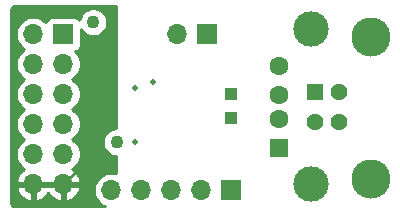
<source format=gbr>
%TF.GenerationSoftware,KiCad,Pcbnew,5.1.6-c6e7f7d~86~ubuntu18.04.1*%
%TF.CreationDate,2021-07-01T18:37:21-07:00*%
%TF.ProjectId,usb_combo_pmod,7573625f-636f-46d6-926f-5f706d6f642e,rev?*%
%TF.SameCoordinates,Original*%
%TF.FileFunction,Copper,L3,Inr*%
%TF.FilePolarity,Positive*%
%FSLAX46Y46*%
G04 Gerber Fmt 4.6, Leading zero omitted, Abs format (unit mm)*
G04 Created by KiCad (PCBNEW 5.1.6-c6e7f7d~86~ubuntu18.04.1) date 2021-07-01 18:37:21*
%MOMM*%
%LPD*%
G01*
G04 APERTURE LIST*
%TA.AperFunction,ViaPad*%
%ADD10O,1.700000X1.700000*%
%TD*%
%TA.AperFunction,ViaPad*%
%ADD11R,1.700000X1.700000*%
%TD*%
%TA.AperFunction,ViaPad*%
%ADD12C,1.600000*%
%TD*%
%TA.AperFunction,ViaPad*%
%ADD13R,1.600000X1.600000*%
%TD*%
%TA.AperFunction,ViaPad*%
%ADD14C,3.000000*%
%TD*%
%TA.AperFunction,ViaPad*%
%ADD15C,3.316000*%
%TD*%
%TA.AperFunction,ViaPad*%
%ADD16C,1.428000*%
%TD*%
%TA.AperFunction,ViaPad*%
%ADD17R,1.428000X1.428000*%
%TD*%
%TA.AperFunction,ViaPad*%
%ADD18R,1.000000X1.000000*%
%TD*%
%TA.AperFunction,ViaPad*%
%ADD19C,1.100000*%
%TD*%
%TA.AperFunction,ViaPad*%
%ADD20C,0.500000*%
%TD*%
%TA.AperFunction,Conductor*%
%ADD21C,0.254000*%
%TD*%
G04 APERTURE END LIST*
D10*
%TO.N,+3V3*%
%TO.C,J1*%
X99060000Y-83820000D03*
X101600000Y-83820000D03*
%TO.N,GND*%
X99060000Y-81280000D03*
X101600000Y-81280000D03*
%TO.N,/D_SUS*%
X99060000Y-78740000D03*
%TO.N,/D_OE_*%
X101600000Y-78740000D03*
%TO.N,/D_VM*%
X99060000Y-76200000D03*
%TO.N,/D_CON*%
X101600000Y-76200000D03*
%TO.N,/D_VP*%
X99060000Y-73660000D03*
%TO.N,/D_RCV*%
X101600000Y-73660000D03*
%TO.N,/D_SPD*%
X99060000Y-71120000D03*
D11*
%TO.N,/D_VBUS_DET*%
X101600000Y-71120000D03*
%TD*%
D12*
%TO.N,GND*%
%TO.C,J5*%
X119888000Y-73772000D03*
%TO.N,/D_DP*%
X119888000Y-76272000D03*
%TO.N,/D_DN*%
X119888000Y-78272000D03*
D13*
%TO.N,/D_VBUS*%
X119888000Y-80772000D03*
D14*
%TO.N,GND*%
X122598000Y-83842000D03*
X122598000Y-70702000D03*
%TD*%
D15*
%TO.N,GND*%
%TO.C,J4*%
X127646000Y-71323000D03*
X127646000Y-83363000D03*
D16*
X124936000Y-76053000D03*
%TO.N,/D_DP*%
X124936000Y-78553000D03*
%TO.N,/D_DN*%
X122936000Y-78553000D03*
D17*
%TO.N,/D_VBUS*%
X122936000Y-76053000D03*
%TD*%
D10*
%TO.N,GND*%
%TO.C,J3*%
X111252000Y-71120000D03*
D11*
%TO.N,/D_VBUS*%
X113792000Y-71120000D03*
%TD*%
D10*
%TO.N,/D_VM*%
%TO.C,J2*%
X105664000Y-84328000D03*
%TO.N,/D_VP*%
X108204000Y-84328000D03*
%TO.N,/D_RCV*%
X110744000Y-84328000D03*
%TO.N,/D_OE_*%
X113284000Y-84328000D03*
D11*
%TO.N,GND*%
X115824000Y-84328000D03*
%TD*%
D18*
%TO.N,/D_DP*%
%TO.C,DP1*%
X115824000Y-76200000D03*
%TD*%
%TO.N,/D_DN*%
%TO.C,DN1*%
X115824000Y-78232000D03*
%TD*%
D19*
%TO.N,+3V3*%
X104777632Y-75899501D03*
%TO.N,GND*%
X106140593Y-80264167D03*
X104140000Y-70104000D03*
D20*
%TO.N,/D_SPD*%
X107696000Y-80264000D03*
%TO.N,/D_VPU*%
X107696000Y-75692000D03*
X109220000Y-75184000D03*
%TD*%
D21*
%TO.N,+3V3*%
X99060000Y-83820000D02*
X101600000Y-83820000D01*
X104777632Y-80642368D02*
X101600000Y-83820000D01*
X104777632Y-75899501D02*
X104777632Y-80642368D01*
%TD*%
%TO.N,+3V3*%
G36*
X106045000Y-79079167D02*
G01*
X106023881Y-79079167D01*
X105794941Y-79124706D01*
X105579285Y-79214033D01*
X105385199Y-79343717D01*
X105220143Y-79508773D01*
X105090459Y-79702859D01*
X105001132Y-79918515D01*
X104955593Y-80147455D01*
X104955593Y-80380879D01*
X105001132Y-80609819D01*
X105090459Y-80825475D01*
X105220143Y-81019561D01*
X105385199Y-81184617D01*
X105579285Y-81314301D01*
X105794941Y-81403628D01*
X106023881Y-81449167D01*
X106045000Y-81449167D01*
X106045000Y-82889693D01*
X105810260Y-82843000D01*
X105517740Y-82843000D01*
X105230842Y-82900068D01*
X104960589Y-83012010D01*
X104717368Y-83174525D01*
X104510525Y-83381368D01*
X104348010Y-83624589D01*
X104236068Y-83894842D01*
X104179000Y-84181740D01*
X104179000Y-84474260D01*
X104236068Y-84761158D01*
X104348010Y-85031411D01*
X104510525Y-85274632D01*
X104717368Y-85481475D01*
X104960589Y-85643990D01*
X105095810Y-85700000D01*
X97568281Y-85700000D01*
X97467469Y-85690115D01*
X97401542Y-85670211D01*
X97340745Y-85637885D01*
X97287382Y-85594362D01*
X97243485Y-85541300D01*
X97210734Y-85480727D01*
X97190372Y-85414947D01*
X97180000Y-85316269D01*
X97180000Y-84176890D01*
X97618524Y-84176890D01*
X97663175Y-84324099D01*
X97788359Y-84586920D01*
X97962412Y-84820269D01*
X98178645Y-85015178D01*
X98428748Y-85164157D01*
X98703109Y-85261481D01*
X98933000Y-85140814D01*
X98933000Y-83947000D01*
X99187000Y-83947000D01*
X99187000Y-85140814D01*
X99416891Y-85261481D01*
X99691252Y-85164157D01*
X99941355Y-85015178D01*
X100157588Y-84820269D01*
X100330000Y-84589120D01*
X100502412Y-84820269D01*
X100718645Y-85015178D01*
X100968748Y-85164157D01*
X101243109Y-85261481D01*
X101473000Y-85140814D01*
X101473000Y-83947000D01*
X101727000Y-83947000D01*
X101727000Y-85140814D01*
X101956891Y-85261481D01*
X102231252Y-85164157D01*
X102481355Y-85015178D01*
X102697588Y-84820269D01*
X102871641Y-84586920D01*
X102996825Y-84324099D01*
X103041476Y-84176890D01*
X102920155Y-83947000D01*
X101727000Y-83947000D01*
X101473000Y-83947000D01*
X99187000Y-83947000D01*
X98933000Y-83947000D01*
X97739845Y-83947000D01*
X97618524Y-84176890D01*
X97180000Y-84176890D01*
X97180000Y-70973740D01*
X97575000Y-70973740D01*
X97575000Y-71266260D01*
X97632068Y-71553158D01*
X97744010Y-71823411D01*
X97906525Y-72066632D01*
X98113368Y-72273475D01*
X98287760Y-72390000D01*
X98113368Y-72506525D01*
X97906525Y-72713368D01*
X97744010Y-72956589D01*
X97632068Y-73226842D01*
X97575000Y-73513740D01*
X97575000Y-73806260D01*
X97632068Y-74093158D01*
X97744010Y-74363411D01*
X97906525Y-74606632D01*
X98113368Y-74813475D01*
X98287760Y-74930000D01*
X98113368Y-75046525D01*
X97906525Y-75253368D01*
X97744010Y-75496589D01*
X97632068Y-75766842D01*
X97575000Y-76053740D01*
X97575000Y-76346260D01*
X97632068Y-76633158D01*
X97744010Y-76903411D01*
X97906525Y-77146632D01*
X98113368Y-77353475D01*
X98287760Y-77470000D01*
X98113368Y-77586525D01*
X97906525Y-77793368D01*
X97744010Y-78036589D01*
X97632068Y-78306842D01*
X97575000Y-78593740D01*
X97575000Y-78886260D01*
X97632068Y-79173158D01*
X97744010Y-79443411D01*
X97906525Y-79686632D01*
X98113368Y-79893475D01*
X98287760Y-80010000D01*
X98113368Y-80126525D01*
X97906525Y-80333368D01*
X97744010Y-80576589D01*
X97632068Y-80846842D01*
X97575000Y-81133740D01*
X97575000Y-81426260D01*
X97632068Y-81713158D01*
X97744010Y-81983411D01*
X97906525Y-82226632D01*
X98113368Y-82433475D01*
X98295534Y-82555195D01*
X98178645Y-82624822D01*
X97962412Y-82819731D01*
X97788359Y-83053080D01*
X97663175Y-83315901D01*
X97618524Y-83463110D01*
X97739845Y-83693000D01*
X98933000Y-83693000D01*
X98933000Y-83673000D01*
X99187000Y-83673000D01*
X99187000Y-83693000D01*
X101473000Y-83693000D01*
X101473000Y-83673000D01*
X101727000Y-83673000D01*
X101727000Y-83693000D01*
X102920155Y-83693000D01*
X103041476Y-83463110D01*
X102996825Y-83315901D01*
X102871641Y-83053080D01*
X102697588Y-82819731D01*
X102481355Y-82624822D01*
X102364466Y-82555195D01*
X102546632Y-82433475D01*
X102753475Y-82226632D01*
X102915990Y-81983411D01*
X103027932Y-81713158D01*
X103085000Y-81426260D01*
X103085000Y-81133740D01*
X103027932Y-80846842D01*
X102915990Y-80576589D01*
X102753475Y-80333368D01*
X102546632Y-80126525D01*
X102372240Y-80010000D01*
X102546632Y-79893475D01*
X102753475Y-79686632D01*
X102915990Y-79443411D01*
X103027932Y-79173158D01*
X103085000Y-78886260D01*
X103085000Y-78593740D01*
X103027932Y-78306842D01*
X102915990Y-78036589D01*
X102753475Y-77793368D01*
X102546632Y-77586525D01*
X102372240Y-77470000D01*
X102546632Y-77353475D01*
X102753475Y-77146632D01*
X102915990Y-76903411D01*
X103027932Y-76633158D01*
X103085000Y-76346260D01*
X103085000Y-76053740D01*
X103027932Y-75766842D01*
X102915990Y-75496589D01*
X102753475Y-75253368D01*
X102546632Y-75046525D01*
X102372240Y-74930000D01*
X102546632Y-74813475D01*
X102753475Y-74606632D01*
X102915990Y-74363411D01*
X103027932Y-74093158D01*
X103085000Y-73806260D01*
X103085000Y-73513740D01*
X103027932Y-73226842D01*
X102915990Y-72956589D01*
X102753475Y-72713368D01*
X102621620Y-72581513D01*
X102694180Y-72559502D01*
X102804494Y-72500537D01*
X102901185Y-72421185D01*
X102980537Y-72324494D01*
X103039502Y-72214180D01*
X103075812Y-72094482D01*
X103088072Y-71970000D01*
X103088072Y-70660977D01*
X103089866Y-70665308D01*
X103219550Y-70859394D01*
X103384606Y-71024450D01*
X103578692Y-71154134D01*
X103794348Y-71243461D01*
X104023288Y-71289000D01*
X104256712Y-71289000D01*
X104485652Y-71243461D01*
X104701308Y-71154134D01*
X104895394Y-71024450D01*
X105060450Y-70859394D01*
X105190134Y-70665308D01*
X105279461Y-70449652D01*
X105325000Y-70220712D01*
X105325000Y-69987288D01*
X105279461Y-69758348D01*
X105190134Y-69542692D01*
X105060450Y-69348606D01*
X104895394Y-69183550D01*
X104701308Y-69053866D01*
X104485652Y-68964539D01*
X104256712Y-68919000D01*
X104023288Y-68919000D01*
X103794348Y-68964539D01*
X103578692Y-69053866D01*
X103384606Y-69183550D01*
X103219550Y-69348606D01*
X103089866Y-69542692D01*
X103000539Y-69758348D01*
X102971475Y-69904464D01*
X102901185Y-69818815D01*
X102804494Y-69739463D01*
X102694180Y-69680498D01*
X102574482Y-69644188D01*
X102450000Y-69631928D01*
X100750000Y-69631928D01*
X100625518Y-69644188D01*
X100505820Y-69680498D01*
X100395506Y-69739463D01*
X100298815Y-69818815D01*
X100219463Y-69915506D01*
X100160498Y-70025820D01*
X100138487Y-70098380D01*
X100006632Y-69966525D01*
X99763411Y-69804010D01*
X99493158Y-69692068D01*
X99206260Y-69635000D01*
X98913740Y-69635000D01*
X98626842Y-69692068D01*
X98356589Y-69804010D01*
X98113368Y-69966525D01*
X97906525Y-70173368D01*
X97744010Y-70416589D01*
X97632068Y-70686842D01*
X97575000Y-70973740D01*
X97180000Y-70973740D01*
X97180000Y-69120281D01*
X97189885Y-69019467D01*
X97209789Y-68953543D01*
X97242115Y-68892745D01*
X97285639Y-68839381D01*
X97338696Y-68795488D01*
X97399271Y-68762734D01*
X97465053Y-68742372D01*
X97563730Y-68732000D01*
X106045000Y-68732000D01*
X106045000Y-79079167D01*
G37*
X106045000Y-79079167D02*
X106023881Y-79079167D01*
X105794941Y-79124706D01*
X105579285Y-79214033D01*
X105385199Y-79343717D01*
X105220143Y-79508773D01*
X105090459Y-79702859D01*
X105001132Y-79918515D01*
X104955593Y-80147455D01*
X104955593Y-80380879D01*
X105001132Y-80609819D01*
X105090459Y-80825475D01*
X105220143Y-81019561D01*
X105385199Y-81184617D01*
X105579285Y-81314301D01*
X105794941Y-81403628D01*
X106023881Y-81449167D01*
X106045000Y-81449167D01*
X106045000Y-82889693D01*
X105810260Y-82843000D01*
X105517740Y-82843000D01*
X105230842Y-82900068D01*
X104960589Y-83012010D01*
X104717368Y-83174525D01*
X104510525Y-83381368D01*
X104348010Y-83624589D01*
X104236068Y-83894842D01*
X104179000Y-84181740D01*
X104179000Y-84474260D01*
X104236068Y-84761158D01*
X104348010Y-85031411D01*
X104510525Y-85274632D01*
X104717368Y-85481475D01*
X104960589Y-85643990D01*
X105095810Y-85700000D01*
X97568281Y-85700000D01*
X97467469Y-85690115D01*
X97401542Y-85670211D01*
X97340745Y-85637885D01*
X97287382Y-85594362D01*
X97243485Y-85541300D01*
X97210734Y-85480727D01*
X97190372Y-85414947D01*
X97180000Y-85316269D01*
X97180000Y-84176890D01*
X97618524Y-84176890D01*
X97663175Y-84324099D01*
X97788359Y-84586920D01*
X97962412Y-84820269D01*
X98178645Y-85015178D01*
X98428748Y-85164157D01*
X98703109Y-85261481D01*
X98933000Y-85140814D01*
X98933000Y-83947000D01*
X99187000Y-83947000D01*
X99187000Y-85140814D01*
X99416891Y-85261481D01*
X99691252Y-85164157D01*
X99941355Y-85015178D01*
X100157588Y-84820269D01*
X100330000Y-84589120D01*
X100502412Y-84820269D01*
X100718645Y-85015178D01*
X100968748Y-85164157D01*
X101243109Y-85261481D01*
X101473000Y-85140814D01*
X101473000Y-83947000D01*
X101727000Y-83947000D01*
X101727000Y-85140814D01*
X101956891Y-85261481D01*
X102231252Y-85164157D01*
X102481355Y-85015178D01*
X102697588Y-84820269D01*
X102871641Y-84586920D01*
X102996825Y-84324099D01*
X103041476Y-84176890D01*
X102920155Y-83947000D01*
X101727000Y-83947000D01*
X101473000Y-83947000D01*
X99187000Y-83947000D01*
X98933000Y-83947000D01*
X97739845Y-83947000D01*
X97618524Y-84176890D01*
X97180000Y-84176890D01*
X97180000Y-70973740D01*
X97575000Y-70973740D01*
X97575000Y-71266260D01*
X97632068Y-71553158D01*
X97744010Y-71823411D01*
X97906525Y-72066632D01*
X98113368Y-72273475D01*
X98287760Y-72390000D01*
X98113368Y-72506525D01*
X97906525Y-72713368D01*
X97744010Y-72956589D01*
X97632068Y-73226842D01*
X97575000Y-73513740D01*
X97575000Y-73806260D01*
X97632068Y-74093158D01*
X97744010Y-74363411D01*
X97906525Y-74606632D01*
X98113368Y-74813475D01*
X98287760Y-74930000D01*
X98113368Y-75046525D01*
X97906525Y-75253368D01*
X97744010Y-75496589D01*
X97632068Y-75766842D01*
X97575000Y-76053740D01*
X97575000Y-76346260D01*
X97632068Y-76633158D01*
X97744010Y-76903411D01*
X97906525Y-77146632D01*
X98113368Y-77353475D01*
X98287760Y-77470000D01*
X98113368Y-77586525D01*
X97906525Y-77793368D01*
X97744010Y-78036589D01*
X97632068Y-78306842D01*
X97575000Y-78593740D01*
X97575000Y-78886260D01*
X97632068Y-79173158D01*
X97744010Y-79443411D01*
X97906525Y-79686632D01*
X98113368Y-79893475D01*
X98287760Y-80010000D01*
X98113368Y-80126525D01*
X97906525Y-80333368D01*
X97744010Y-80576589D01*
X97632068Y-80846842D01*
X97575000Y-81133740D01*
X97575000Y-81426260D01*
X97632068Y-81713158D01*
X97744010Y-81983411D01*
X97906525Y-82226632D01*
X98113368Y-82433475D01*
X98295534Y-82555195D01*
X98178645Y-82624822D01*
X97962412Y-82819731D01*
X97788359Y-83053080D01*
X97663175Y-83315901D01*
X97618524Y-83463110D01*
X97739845Y-83693000D01*
X98933000Y-83693000D01*
X98933000Y-83673000D01*
X99187000Y-83673000D01*
X99187000Y-83693000D01*
X101473000Y-83693000D01*
X101473000Y-83673000D01*
X101727000Y-83673000D01*
X101727000Y-83693000D01*
X102920155Y-83693000D01*
X103041476Y-83463110D01*
X102996825Y-83315901D01*
X102871641Y-83053080D01*
X102697588Y-82819731D01*
X102481355Y-82624822D01*
X102364466Y-82555195D01*
X102546632Y-82433475D01*
X102753475Y-82226632D01*
X102915990Y-81983411D01*
X103027932Y-81713158D01*
X103085000Y-81426260D01*
X103085000Y-81133740D01*
X103027932Y-80846842D01*
X102915990Y-80576589D01*
X102753475Y-80333368D01*
X102546632Y-80126525D01*
X102372240Y-80010000D01*
X102546632Y-79893475D01*
X102753475Y-79686632D01*
X102915990Y-79443411D01*
X103027932Y-79173158D01*
X103085000Y-78886260D01*
X103085000Y-78593740D01*
X103027932Y-78306842D01*
X102915990Y-78036589D01*
X102753475Y-77793368D01*
X102546632Y-77586525D01*
X102372240Y-77470000D01*
X102546632Y-77353475D01*
X102753475Y-77146632D01*
X102915990Y-76903411D01*
X103027932Y-76633158D01*
X103085000Y-76346260D01*
X103085000Y-76053740D01*
X103027932Y-75766842D01*
X102915990Y-75496589D01*
X102753475Y-75253368D01*
X102546632Y-75046525D01*
X102372240Y-74930000D01*
X102546632Y-74813475D01*
X102753475Y-74606632D01*
X102915990Y-74363411D01*
X103027932Y-74093158D01*
X103085000Y-73806260D01*
X103085000Y-73513740D01*
X103027932Y-73226842D01*
X102915990Y-72956589D01*
X102753475Y-72713368D01*
X102621620Y-72581513D01*
X102694180Y-72559502D01*
X102804494Y-72500537D01*
X102901185Y-72421185D01*
X102980537Y-72324494D01*
X103039502Y-72214180D01*
X103075812Y-72094482D01*
X103088072Y-71970000D01*
X103088072Y-70660977D01*
X103089866Y-70665308D01*
X103219550Y-70859394D01*
X103384606Y-71024450D01*
X103578692Y-71154134D01*
X103794348Y-71243461D01*
X104023288Y-71289000D01*
X104256712Y-71289000D01*
X104485652Y-71243461D01*
X104701308Y-71154134D01*
X104895394Y-71024450D01*
X105060450Y-70859394D01*
X105190134Y-70665308D01*
X105279461Y-70449652D01*
X105325000Y-70220712D01*
X105325000Y-69987288D01*
X105279461Y-69758348D01*
X105190134Y-69542692D01*
X105060450Y-69348606D01*
X104895394Y-69183550D01*
X104701308Y-69053866D01*
X104485652Y-68964539D01*
X104256712Y-68919000D01*
X104023288Y-68919000D01*
X103794348Y-68964539D01*
X103578692Y-69053866D01*
X103384606Y-69183550D01*
X103219550Y-69348606D01*
X103089866Y-69542692D01*
X103000539Y-69758348D01*
X102971475Y-69904464D01*
X102901185Y-69818815D01*
X102804494Y-69739463D01*
X102694180Y-69680498D01*
X102574482Y-69644188D01*
X102450000Y-69631928D01*
X100750000Y-69631928D01*
X100625518Y-69644188D01*
X100505820Y-69680498D01*
X100395506Y-69739463D01*
X100298815Y-69818815D01*
X100219463Y-69915506D01*
X100160498Y-70025820D01*
X100138487Y-70098380D01*
X100006632Y-69966525D01*
X99763411Y-69804010D01*
X99493158Y-69692068D01*
X99206260Y-69635000D01*
X98913740Y-69635000D01*
X98626842Y-69692068D01*
X98356589Y-69804010D01*
X98113368Y-69966525D01*
X97906525Y-70173368D01*
X97744010Y-70416589D01*
X97632068Y-70686842D01*
X97575000Y-70973740D01*
X97180000Y-70973740D01*
X97180000Y-69120281D01*
X97189885Y-69019467D01*
X97209789Y-68953543D01*
X97242115Y-68892745D01*
X97285639Y-68839381D01*
X97338696Y-68795488D01*
X97399271Y-68762734D01*
X97465053Y-68742372D01*
X97563730Y-68732000D01*
X106045000Y-68732000D01*
X106045000Y-79079167D01*
%TD*%
M02*

</source>
